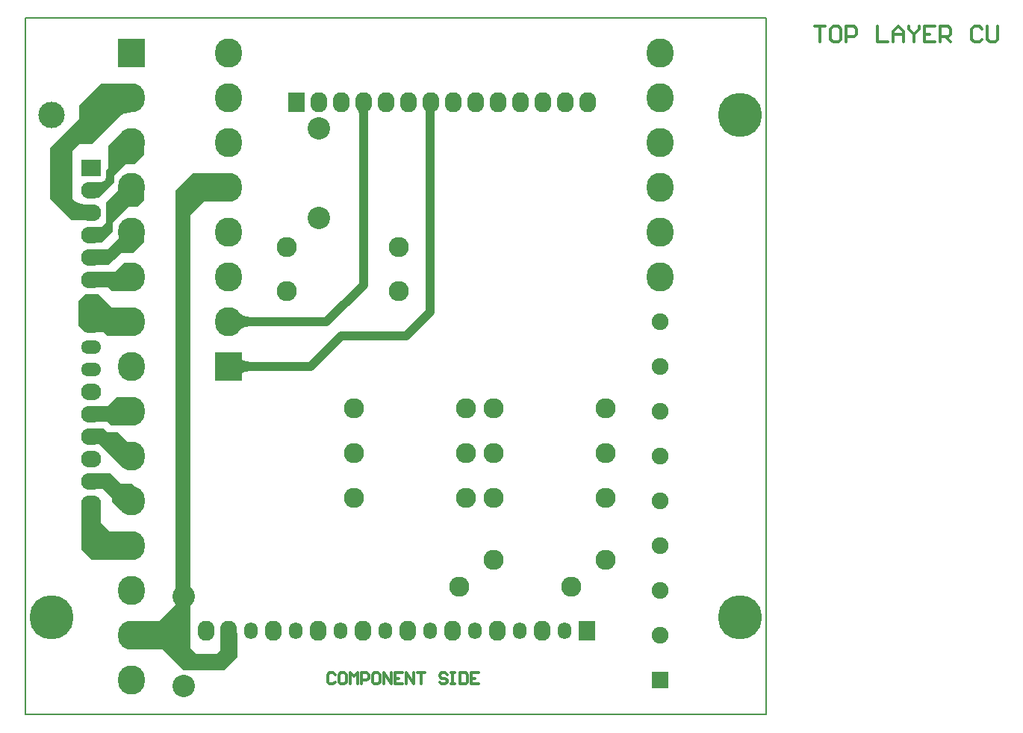
<source format=gtl>
%FSLAX25Y25*%
%MOIN*%
G70*
G01*
G75*
G04 Layer_Physical_Order=1*
G04 Layer_Color=255*
%ADD10C,0.04000*%
%ADD11C,0.00800*%
%ADD12C,0.01200*%
%ADD13C,0.09000*%
%ADD14R,0.07500X0.09000*%
%ADD15O,0.06000X0.07500*%
%ADD16O,0.07500X0.09000*%
%ADD17C,0.19685*%
%ADD18C,0.11811*%
%ADD19O,0.12000X0.13000*%
%ADD20C,0.07500*%
%ADD21R,0.07500X0.07500*%
%ADD22R,0.12000X0.13000*%
%ADD23O,0.09000X0.07500*%
%ADD24O,0.09000X0.06000*%
%ADD25R,0.09000X0.07500*%
%ADD26C,0.10000*%
G36*
X422500Y512000D02*
X427000D01*
X428500Y510500D01*
X431500Y507500D01*
X432909D01*
X433522Y506022D01*
X432500Y505000D01*
Y496500D01*
X429000D01*
X423000Y502500D01*
X419000Y506500D01*
X415000D01*
Y513500D01*
X421000D01*
X422500Y512000D01*
D02*
G37*
G36*
X433500Y517000D02*
X434022Y516478D01*
X433410Y515000D01*
X424000D01*
X422500Y516500D01*
X415000D01*
Y523500D01*
X422500D01*
X424500Y525500D01*
X426500Y527500D01*
X433500D01*
Y517000D01*
D02*
G37*
G36*
X428500Y489000D02*
X433500D01*
X436000Y486500D01*
X430178Y477096D01*
X428589Y476911D01*
X424500Y481000D01*
Y482500D01*
X420500Y486500D01*
X415000D01*
Y493500D01*
X424000D01*
X428500Y489000D01*
D02*
G37*
G36*
X476500Y615000D02*
X465500D01*
X459500Y609000D01*
Y426000D01*
Y415500D01*
X460500Y414500D01*
X462000Y413000D01*
X471500D01*
X473000Y414500D01*
Y423000D01*
X479332Y423422D01*
X480500Y422329D01*
Y411500D01*
X478500Y409500D01*
X474500Y405500D01*
X456500D01*
X451500Y410500D01*
X447000Y415000D01*
X433000D01*
Y427500D01*
X445500D01*
X449500Y431500D01*
X453000Y435000D01*
Y589500D01*
Y620000D01*
X456000Y623000D01*
X460500Y627500D01*
X476500D01*
Y615000D01*
D02*
G37*
G36*
X419500Y480000D02*
Y471500D01*
X423500Y467500D01*
X433500D01*
Y455000D01*
X415500D01*
X411000Y459500D01*
Y479334D01*
X412164Y480432D01*
X419500Y480000D01*
D02*
G37*
G36*
X424500Y567500D02*
X432345D01*
X433454Y566346D01*
X433000Y555000D01*
X422500D01*
X421000Y556500D01*
X412500D01*
X409500Y559500D01*
Y570500D01*
X412500Y573500D01*
X418500D01*
X424500Y567500D01*
D02*
G37*
G36*
X433454Y656154D02*
X432345Y655000D01*
X430000D01*
X428500Y653500D01*
X415500Y640500D01*
X410000D01*
X409000Y639500D01*
X407000Y637500D01*
Y616000D01*
X409500Y613500D01*
X415500D01*
Y606500D01*
X406500D01*
X397000Y616000D01*
Y621000D01*
Y639000D01*
X399000Y641000D01*
X410000Y652000D01*
Y658000D01*
X415000Y663000D01*
X419500Y667500D01*
X433000D01*
X433454Y656154D01*
D02*
G37*
G36*
X433000Y642000D02*
X439000D01*
Y636000D01*
X434500Y631500D01*
X430500D01*
X425500Y626500D01*
Y623751D01*
X425391Y623391D01*
X421000Y619000D01*
X418500Y616500D01*
X415000D01*
Y623500D01*
X420000D01*
X420500Y624000D01*
X420871Y624371D01*
X421654D01*
Y625154D01*
X422000Y625500D01*
Y629000D01*
X423000Y630000D01*
Y631500D01*
Y640000D01*
X428500Y645500D01*
X429500D01*
X433000Y642000D01*
D02*
G37*
G36*
X439000Y615500D02*
X436000Y612500D01*
X432000D01*
X429000Y609500D01*
X425000Y605500D01*
Y604000D01*
Y601500D01*
X424500Y601000D01*
X420000Y596500D01*
X415000D01*
Y603500D01*
X420000D01*
X422000Y605500D01*
Y614500D01*
X429500Y622000D01*
X439000D01*
Y615500D01*
D02*
G37*
G36*
X433500Y575000D02*
X424500D01*
X423000Y576500D01*
X415000D01*
Y583500D01*
X426000D01*
X430000Y587500D01*
X433500D01*
Y575000D01*
D02*
G37*
G36*
X439000Y597000D02*
X434000Y592000D01*
X428500D01*
X425500Y589000D01*
X423000Y586500D01*
X415500D01*
Y593500D01*
X422500D01*
X424500Y595500D01*
X427500Y598500D01*
Y602000D01*
X439000D01*
Y597000D01*
D02*
G37*
D10*
X405000Y615000D02*
G03*
X414422Y611662I8211J8211D01*
G01*
X413367Y608684D02*
G03*
X410380Y609921I-2987J-2987D01*
G01*
D02*
G03*
X413367Y611159I0J4225D01*
G01*
X479344Y544167D02*
G03*
X486173Y541339I6828J6828D01*
G01*
D02*
G03*
X479344Y538510I0J-9657D01*
G01*
Y564167D02*
G03*
X486173Y561339I6828J6828D01*
G01*
D02*
G03*
X479344Y558510I0J-9657D01*
G01*
X473687Y618510D02*
G03*
X466859Y621339I-6828J-6828D01*
G01*
D02*
G03*
X473687Y624167I0J9657D01*
G01*
X435913Y424153D02*
G03*
X442661Y421339I6748J6682D01*
G01*
D02*
G03*
X435913Y418524I0J-9496D01*
G01*
X433071Y656839D02*
G03*
X425389Y653657I0J-10864D01*
G01*
X426596Y654864D02*
G03*
X429071Y660839I-5975J5975D01*
G01*
X538009Y657461D02*
G03*
X536772Y654474I2987J-2987D01*
G01*
D02*
G03*
X535534Y657461I-4225J0D01*
G01*
X477930Y421241D02*
G03*
X476693Y418254I2987J-2987D01*
G01*
D02*
G03*
X475456Y421241I-4225J0D01*
G01*
X566500Y565500D02*
Y659177D01*
X556000Y555000D02*
X566500Y565500D01*
X527000Y555000D02*
X556000D01*
X566500Y659177D02*
X566772Y659449D01*
X471500Y408500D02*
X476693Y413693D01*
X462500Y408500D02*
X471500D01*
X449661Y421339D02*
X462500Y408500D01*
X465339Y621339D02*
X476516D01*
X456000Y612000D02*
X465339Y621339D01*
X410079Y609921D02*
X415354D01*
X405000Y615000D02*
X410079Y609921D01*
X405000Y615000D02*
Y640000D01*
X414000Y649000D01*
X420732D01*
X433071Y661339D01*
X476693Y413693D02*
Y423228D01*
X536772Y577772D02*
Y659449D01*
X520339Y561339D02*
X536772Y577772D01*
X476516Y561339D02*
X520339D01*
X513339Y541339D02*
X527000Y555000D01*
X476516Y541339D02*
X513339D01*
X433071Y421339D02*
X449339D01*
X449661D01*
X449339D02*
X456000Y428000D01*
Y612000D01*
D11*
X385827Y385827D02*
X716535D01*
Y696850D01*
X385827D02*
X716535D01*
X385827Y385827D02*
Y696850D01*
D12*
X524198Y403772D02*
X523365Y404605D01*
X521699D01*
X520866Y403772D01*
Y400439D01*
X521699Y399606D01*
X523365D01*
X524198Y400439D01*
X528364Y404605D02*
X526698D01*
X525865Y403772D01*
Y400439D01*
X526698Y399606D01*
X528364D01*
X529197Y400439D01*
Y403772D01*
X528364Y404605D01*
X530863Y399606D02*
Y404605D01*
X532529Y402939D01*
X534195Y404605D01*
Y399606D01*
X535861D02*
Y404605D01*
X538361D01*
X539193Y403772D01*
Y402106D01*
X538361Y401272D01*
X535861D01*
X543359Y404605D02*
X541693D01*
X540860Y403772D01*
Y400439D01*
X541693Y399606D01*
X543359D01*
X544192Y400439D01*
Y403772D01*
X543359Y404605D01*
X545858Y399606D02*
Y404605D01*
X549190Y399606D01*
Y404605D01*
X554189D02*
X550856D01*
Y399606D01*
X554189D01*
X550856Y402106D02*
X552523D01*
X555855Y399606D02*
Y404605D01*
X559187Y399606D01*
Y404605D01*
X560853D02*
X564185D01*
X562519D01*
Y399606D01*
X574182Y403772D02*
X573349Y404605D01*
X571683D01*
X570850Y403772D01*
Y402939D01*
X571683Y402106D01*
X573349D01*
X574182Y401272D01*
Y400439D01*
X573349Y399606D01*
X571683D01*
X570850Y400439D01*
X575848Y404605D02*
X577515D01*
X576681D01*
Y399606D01*
X575848D01*
X577515D01*
X580014Y404605D02*
Y399606D01*
X582513D01*
X583346Y400439D01*
Y403772D01*
X582513Y404605D01*
X580014D01*
X588344D02*
X585012D01*
Y399606D01*
X588344D01*
X585012Y402106D02*
X586678D01*
X738324Y693210D02*
X742990D01*
X740657D01*
Y686213D01*
X748821Y693210D02*
X746488D01*
X745322Y692044D01*
Y687379D01*
X746488Y686213D01*
X748821D01*
X749987Y687379D01*
Y692044D01*
X748821Y693210D01*
X752320Y686213D02*
Y693210D01*
X755819D01*
X756985Y692044D01*
Y689712D01*
X755819Y688545D01*
X752320D01*
X766315Y693210D02*
Y686213D01*
X770981D01*
X773313D02*
Y690878D01*
X775646Y693210D01*
X777978Y690878D01*
Y686213D01*
Y689712D01*
X773313D01*
X780311Y693210D02*
Y692044D01*
X782643Y689712D01*
X784976Y692044D01*
Y693210D01*
X782643Y689712D02*
Y686213D01*
X791974Y693210D02*
X787309D01*
Y686213D01*
X791974D01*
X787309Y689712D02*
X789641D01*
X794306Y686213D02*
Y693210D01*
X797805D01*
X798972Y692044D01*
Y689712D01*
X797805Y688545D01*
X794306D01*
X796639D02*
X798972Y686213D01*
X812967Y692044D02*
X811801Y693210D01*
X809468D01*
X808302Y692044D01*
Y687379D01*
X809468Y686213D01*
X811801D01*
X812967Y687379D01*
X815300Y693210D02*
Y687379D01*
X816466Y686213D01*
X818798D01*
X819965Y687379D01*
Y693210D01*
D13*
X552559Y594488D02*
D03*
X502559D02*
D03*
X552559Y574803D02*
D03*
X502559D02*
D03*
X645000Y455000D02*
D03*
X595000D02*
D03*
X629500Y443000D02*
D03*
X579500D02*
D03*
X582500Y522500D02*
D03*
X532500D02*
D03*
X582500Y482500D02*
D03*
X532500D02*
D03*
X645000D02*
D03*
X595000D02*
D03*
X582500Y502500D02*
D03*
X532500D02*
D03*
X645000D02*
D03*
X595000D02*
D03*
X645000Y522500D02*
D03*
X595000D02*
D03*
D14*
X636693Y423228D02*
D03*
X506772Y659449D02*
D03*
D15*
X626693Y423228D02*
D03*
X606693D02*
D03*
X586693D02*
D03*
X566693D02*
D03*
X546693D02*
D03*
X526693D02*
D03*
X506693D02*
D03*
X486693D02*
D03*
D16*
X616693D02*
D03*
X596693D02*
D03*
X576693D02*
D03*
X556693D02*
D03*
X536693D02*
D03*
X516693D02*
D03*
X496693D02*
D03*
X476693D02*
D03*
X466693D02*
D03*
X636772Y659449D02*
D03*
X626772D02*
D03*
X616772D02*
D03*
X606772D02*
D03*
X596772D02*
D03*
X586772D02*
D03*
X576772D02*
D03*
X566772D02*
D03*
X556772D02*
D03*
X546772D02*
D03*
X536772D02*
D03*
X526772D02*
D03*
X516772D02*
D03*
D17*
X397638Y429134D02*
D03*
X704724D02*
D03*
Y653543D02*
D03*
D18*
X397638D02*
D03*
D19*
X669291Y661339D02*
D03*
Y641339D02*
D03*
Y621339D02*
D03*
Y601339D02*
D03*
Y581339D02*
D03*
Y681339D02*
D03*
X433071Y401339D02*
D03*
Y661339D02*
D03*
Y641339D02*
D03*
Y621339D02*
D03*
Y601339D02*
D03*
Y581339D02*
D03*
Y561339D02*
D03*
Y541339D02*
D03*
Y521339D02*
D03*
Y501339D02*
D03*
Y481339D02*
D03*
Y461339D02*
D03*
Y441339D02*
D03*
Y421339D02*
D03*
X476516Y681339D02*
D03*
Y661339D02*
D03*
Y641339D02*
D03*
Y621339D02*
D03*
Y601339D02*
D03*
Y581339D02*
D03*
Y561339D02*
D03*
D20*
X669291D02*
D03*
Y541339D02*
D03*
Y521339D02*
D03*
Y501339D02*
D03*
Y481339D02*
D03*
Y461339D02*
D03*
Y441339D02*
D03*
Y421339D02*
D03*
D21*
Y401339D02*
D03*
D22*
X433071Y681339D02*
D03*
X476516Y541339D02*
D03*
D23*
X415354Y479921D02*
D03*
Y489921D02*
D03*
Y499921D02*
D03*
Y509921D02*
D03*
Y519921D02*
D03*
Y529921D02*
D03*
Y559921D02*
D03*
Y569921D02*
D03*
Y579921D02*
D03*
Y589921D02*
D03*
Y599921D02*
D03*
Y609921D02*
D03*
Y619921D02*
D03*
D24*
Y539921D02*
D03*
Y549921D02*
D03*
D25*
Y629921D02*
D03*
D26*
X456500Y438500D02*
D03*
Y398500D02*
D03*
X517000Y647500D02*
D03*
Y607500D02*
D03*
M02*

</source>
